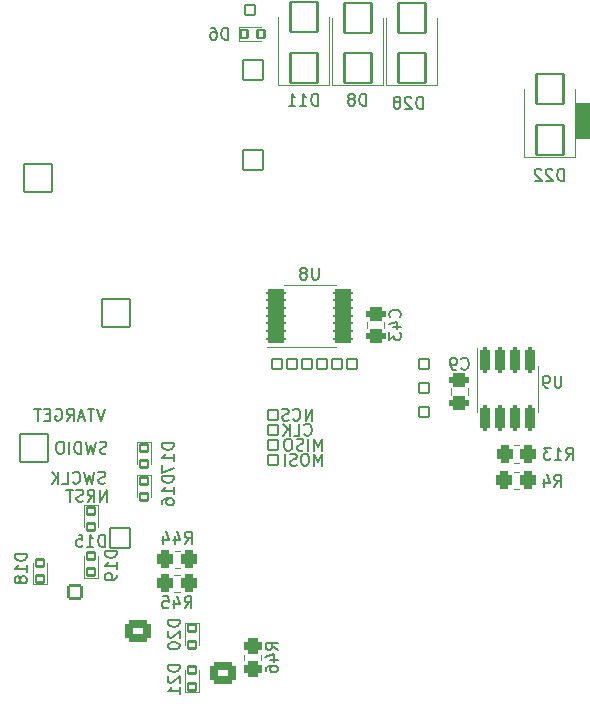
<source format=gbo>
G04 #@! TF.GenerationSoftware,KiCad,Pcbnew,6.0.11+dfsg-1*
G04 #@! TF.CreationDate,2025-03-20T11:06:45-04:00*
G04 #@! TF.ProjectId,foc-board,666f632d-626f-4617-9264-2e6b69636164,rev?*
G04 #@! TF.SameCoordinates,Original*
G04 #@! TF.FileFunction,Legend,Bot*
G04 #@! TF.FilePolarity,Positive*
%FSLAX46Y46*%
G04 Gerber Fmt 4.6, Leading zero omitted, Abs format (unit mm)*
G04 Created by KiCad (PCBNEW 6.0.11+dfsg-1) date 2025-03-20 11:06:45*
%MOMM*%
%LPD*%
G01*
G04 APERTURE LIST*
G04 Aperture macros list*
%AMRoundRect*
0 Rectangle with rounded corners*
0 $1 Rounding radius*
0 $2 $3 $4 $5 $6 $7 $8 $9 X,Y pos of 4 corners*
0 Add a 4 corners polygon primitive as box body*
4,1,4,$2,$3,$4,$5,$6,$7,$8,$9,$2,$3,0*
0 Add four circle primitives for the rounded corners*
1,1,$1+$1,$2,$3*
1,1,$1+$1,$4,$5*
1,1,$1+$1,$6,$7*
1,1,$1+$1,$8,$9*
0 Add four rect primitives between the rounded corners*
20,1,$1+$1,$2,$3,$4,$5,0*
20,1,$1+$1,$4,$5,$6,$7,0*
20,1,$1+$1,$6,$7,$8,$9,0*
20,1,$1+$1,$8,$9,$2,$3,0*%
G04 Aperture macros list end*
%ADD10C,0.150000*%
%ADD11C,0.120000*%
%ADD12RoundRect,0.100000X-0.850000X-0.850000X0.850000X-0.850000X0.850000X0.850000X-0.850000X0.850000X0*%
%ADD13C,3.400000*%
%ADD14RoundRect,0.100000X1.200000X1.200000X-1.200000X1.200000X-1.200000X-1.200000X1.200000X-1.200000X0*%
%ADD15C,2.600000*%
%ADD16RoundRect,0.100000X0.425000X-0.425000X0.425000X0.425000X-0.425000X0.425000X-0.425000X-0.425000X0*%
%ADD17O,1.050000X1.050000*%
%ADD18RoundRect,0.100000X-0.425000X-0.425000X0.425000X-0.425000X0.425000X0.425000X-0.425000X0.425000X0*%
%ADD19RoundRect,0.350000X0.750000X-0.600000X0.750000X0.600000X-0.750000X0.600000X-0.750000X-0.600000X0*%
%ADD20O,2.200000X1.900000*%
%ADD21RoundRect,0.100000X0.550000X-0.550000X0.550000X0.550000X-0.550000X0.550000X-0.550000X-0.550000X0*%
%ADD22C,1.300000*%
%ADD23O,2.600000X1.300000*%
%ADD24RoundRect,1.600000X-1.500000X1.500000X-1.500000X-1.500000X1.500000X-1.500000X1.500000X1.500000X0*%
%ADD25C,6.200000*%
%ADD26RoundRect,0.100000X0.850000X0.850000X-0.850000X0.850000X-0.850000X-0.850000X0.850000X-0.850000X0*%
%ADD27O,1.900000X1.900000*%
%ADD28RoundRect,0.100000X-0.350000X0.300000X-0.350000X-0.300000X0.350000X-0.300000X0.350000X0.300000X0*%
%ADD29RoundRect,0.100000X0.350000X-0.300000X0.350000X0.300000X-0.350000X0.300000X-0.350000X-0.300000X0*%
%ADD30RoundRect,0.250000X-0.150000X0.825000X-0.150000X-0.825000X0.150000X-0.825000X0.150000X0.825000X0*%
%ADD31RoundRect,0.350000X-0.350000X-0.450000X0.350000X-0.450000X0.350000X0.450000X-0.350000X0.450000X0*%
%ADD32RoundRect,0.100000X1.150000X-1.250000X1.150000X1.250000X-1.150000X1.250000X-1.150000X-1.250000X0*%
%ADD33RoundRect,0.100000X0.300000X0.350000X-0.300000X0.350000X-0.300000X-0.350000X0.300000X-0.350000X0*%
%ADD34RoundRect,0.350000X-0.475000X0.250000X-0.475000X-0.250000X0.475000X-0.250000X0.475000X0.250000X0*%
%ADD35RoundRect,0.200000X-0.637500X-0.100000X0.637500X-0.100000X0.637500X0.100000X-0.637500X0.100000X0*%
%ADD36RoundRect,0.350000X0.475000X-0.250000X0.475000X0.250000X-0.475000X0.250000X-0.475000X-0.250000X0*%
%ADD37RoundRect,0.350000X0.450000X-0.350000X0.450000X0.350000X-0.450000X0.350000X-0.450000X-0.350000X0*%
%ADD38RoundRect,0.350000X0.350000X0.450000X-0.350000X0.450000X-0.350000X-0.450000X0.350000X-0.450000X0*%
G04 APERTURE END LIST*
D10*
X90098190Y-103846380D02*
X89764857Y-104846380D01*
X89431523Y-103846380D01*
X89241047Y-103846380D02*
X88669619Y-103846380D01*
X88955333Y-104846380D02*
X88955333Y-103846380D01*
X88383904Y-104560666D02*
X87907714Y-104560666D01*
X88479142Y-104846380D02*
X88145809Y-103846380D01*
X87812476Y-104846380D01*
X86907714Y-104846380D02*
X87241047Y-104370190D01*
X87479142Y-104846380D02*
X87479142Y-103846380D01*
X87098190Y-103846380D01*
X87002952Y-103894000D01*
X86955333Y-103941619D01*
X86907714Y-104036857D01*
X86907714Y-104179714D01*
X86955333Y-104274952D01*
X87002952Y-104322571D01*
X87098190Y-104370190D01*
X87479142Y-104370190D01*
X85955333Y-103894000D02*
X86050571Y-103846380D01*
X86193428Y-103846380D01*
X86336285Y-103894000D01*
X86431523Y-103989238D01*
X86479142Y-104084476D01*
X86526761Y-104274952D01*
X86526761Y-104417809D01*
X86479142Y-104608285D01*
X86431523Y-104703523D01*
X86336285Y-104798761D01*
X86193428Y-104846380D01*
X86098190Y-104846380D01*
X85955333Y-104798761D01*
X85907714Y-104751142D01*
X85907714Y-104417809D01*
X86098190Y-104417809D01*
X85479142Y-104322571D02*
X85145809Y-104322571D01*
X85002952Y-104846380D02*
X85479142Y-104846380D01*
X85479142Y-103846380D01*
X85002952Y-103846380D01*
X84717238Y-103846380D02*
X84145809Y-103846380D01*
X84431523Y-104846380D02*
X84431523Y-103846380D01*
X90145904Y-110132761D02*
X90003047Y-110180380D01*
X89764952Y-110180380D01*
X89669714Y-110132761D01*
X89622095Y-110085142D01*
X89574476Y-109989904D01*
X89574476Y-109894666D01*
X89622095Y-109799428D01*
X89669714Y-109751809D01*
X89764952Y-109704190D01*
X89955428Y-109656571D01*
X90050666Y-109608952D01*
X90098285Y-109561333D01*
X90145904Y-109466095D01*
X90145904Y-109370857D01*
X90098285Y-109275619D01*
X90050666Y-109228000D01*
X89955428Y-109180380D01*
X89717333Y-109180380D01*
X89574476Y-109228000D01*
X89241142Y-109180380D02*
X89003047Y-110180380D01*
X88812571Y-109466095D01*
X88622095Y-110180380D01*
X88384000Y-109180380D01*
X87431619Y-110085142D02*
X87479238Y-110132761D01*
X87622095Y-110180380D01*
X87717333Y-110180380D01*
X87860190Y-110132761D01*
X87955428Y-110037523D01*
X88003047Y-109942285D01*
X88050666Y-109751809D01*
X88050666Y-109608952D01*
X88003047Y-109418476D01*
X87955428Y-109323238D01*
X87860190Y-109228000D01*
X87717333Y-109180380D01*
X87622095Y-109180380D01*
X87479238Y-109228000D01*
X87431619Y-109275619D01*
X86526857Y-110180380D02*
X87003047Y-110180380D01*
X87003047Y-109180380D01*
X86193523Y-110180380D02*
X86193523Y-109180380D01*
X85622095Y-110180380D02*
X86050666Y-109608952D01*
X85622095Y-109180380D02*
X86193523Y-109751809D01*
X107687904Y-104846380D02*
X107687904Y-103846380D01*
X107116476Y-104846380D01*
X107116476Y-103846380D01*
X106068857Y-104751142D02*
X106116476Y-104798761D01*
X106259333Y-104846380D01*
X106354571Y-104846380D01*
X106497428Y-104798761D01*
X106592666Y-104703523D01*
X106640285Y-104608285D01*
X106687904Y-104417809D01*
X106687904Y-104274952D01*
X106640285Y-104084476D01*
X106592666Y-103989238D01*
X106497428Y-103894000D01*
X106354571Y-103846380D01*
X106259333Y-103846380D01*
X106116476Y-103894000D01*
X106068857Y-103941619D01*
X105687904Y-104798761D02*
X105545047Y-104846380D01*
X105306952Y-104846380D01*
X105211714Y-104798761D01*
X105164095Y-104751142D01*
X105116476Y-104655904D01*
X105116476Y-104560666D01*
X105164095Y-104465428D01*
X105211714Y-104417809D01*
X105306952Y-104370190D01*
X105497428Y-104322571D01*
X105592666Y-104274952D01*
X105640285Y-104227333D01*
X105687904Y-104132095D01*
X105687904Y-104036857D01*
X105640285Y-103941619D01*
X105592666Y-103894000D01*
X105497428Y-103846380D01*
X105259333Y-103846380D01*
X105116476Y-103894000D01*
X90257047Y-107592761D02*
X90114190Y-107640380D01*
X89876095Y-107640380D01*
X89780857Y-107592761D01*
X89733238Y-107545142D01*
X89685619Y-107449904D01*
X89685619Y-107354666D01*
X89733238Y-107259428D01*
X89780857Y-107211809D01*
X89876095Y-107164190D01*
X90066571Y-107116571D01*
X90161809Y-107068952D01*
X90209428Y-107021333D01*
X90257047Y-106926095D01*
X90257047Y-106830857D01*
X90209428Y-106735619D01*
X90161809Y-106688000D01*
X90066571Y-106640380D01*
X89828476Y-106640380D01*
X89685619Y-106688000D01*
X89352285Y-106640380D02*
X89114190Y-107640380D01*
X88923714Y-106926095D01*
X88733238Y-107640380D01*
X88495142Y-106640380D01*
X88114190Y-107640380D02*
X88114190Y-106640380D01*
X87876095Y-106640380D01*
X87733238Y-106688000D01*
X87638000Y-106783238D01*
X87590380Y-106878476D01*
X87542761Y-107068952D01*
X87542761Y-107211809D01*
X87590380Y-107402285D01*
X87638000Y-107497523D01*
X87733238Y-107592761D01*
X87876095Y-107640380D01*
X88114190Y-107640380D01*
X87114190Y-107640380D02*
X87114190Y-106640380D01*
X86447523Y-106640380D02*
X86257047Y-106640380D01*
X86161809Y-106688000D01*
X86066571Y-106783238D01*
X86018952Y-106973714D01*
X86018952Y-107307047D01*
X86066571Y-107497523D01*
X86161809Y-107592761D01*
X86257047Y-107640380D01*
X86447523Y-107640380D01*
X86542761Y-107592761D01*
X86638000Y-107497523D01*
X86685619Y-107307047D01*
X86685619Y-106973714D01*
X86638000Y-106783238D01*
X86542761Y-106688000D01*
X86447523Y-106640380D01*
X108505428Y-108656380D02*
X108505428Y-107656380D01*
X108172095Y-108370666D01*
X107838761Y-107656380D01*
X107838761Y-108656380D01*
X107172095Y-107656380D02*
X106981619Y-107656380D01*
X106886380Y-107704000D01*
X106791142Y-107799238D01*
X106743523Y-107989714D01*
X106743523Y-108323047D01*
X106791142Y-108513523D01*
X106886380Y-108608761D01*
X106981619Y-108656380D01*
X107172095Y-108656380D01*
X107267333Y-108608761D01*
X107362571Y-108513523D01*
X107410190Y-108323047D01*
X107410190Y-107989714D01*
X107362571Y-107799238D01*
X107267333Y-107704000D01*
X107172095Y-107656380D01*
X106362571Y-108608761D02*
X106219714Y-108656380D01*
X105981619Y-108656380D01*
X105886380Y-108608761D01*
X105838761Y-108561142D01*
X105791142Y-108465904D01*
X105791142Y-108370666D01*
X105838761Y-108275428D01*
X105886380Y-108227809D01*
X105981619Y-108180190D01*
X106172095Y-108132571D01*
X106267333Y-108084952D01*
X106314952Y-108037333D01*
X106362571Y-107942095D01*
X106362571Y-107846857D01*
X106314952Y-107751619D01*
X106267333Y-107704000D01*
X106172095Y-107656380D01*
X105934000Y-107656380D01*
X105791142Y-107704000D01*
X105362571Y-108656380D02*
X105362571Y-107656380D01*
X107021238Y-106021142D02*
X107068857Y-106068761D01*
X107211714Y-106116380D01*
X107306952Y-106116380D01*
X107449809Y-106068761D01*
X107545047Y-105973523D01*
X107592666Y-105878285D01*
X107640285Y-105687809D01*
X107640285Y-105544952D01*
X107592666Y-105354476D01*
X107545047Y-105259238D01*
X107449809Y-105164000D01*
X107306952Y-105116380D01*
X107211714Y-105116380D01*
X107068857Y-105164000D01*
X107021238Y-105211619D01*
X106116476Y-106116380D02*
X106592666Y-106116380D01*
X106592666Y-105116380D01*
X105783142Y-106116380D02*
X105783142Y-105116380D01*
X105211714Y-106116380D02*
X105640285Y-105544952D01*
X105211714Y-105116380D02*
X105783142Y-105687809D01*
X108505428Y-107386380D02*
X108505428Y-106386380D01*
X108172095Y-107100666D01*
X107838761Y-106386380D01*
X107838761Y-107386380D01*
X107362571Y-107386380D02*
X107362571Y-106386380D01*
X106934000Y-107338761D02*
X106791142Y-107386380D01*
X106553047Y-107386380D01*
X106457809Y-107338761D01*
X106410190Y-107291142D01*
X106362571Y-107195904D01*
X106362571Y-107100666D01*
X106410190Y-107005428D01*
X106457809Y-106957809D01*
X106553047Y-106910190D01*
X106743523Y-106862571D01*
X106838761Y-106814952D01*
X106886380Y-106767333D01*
X106934000Y-106672095D01*
X106934000Y-106576857D01*
X106886380Y-106481619D01*
X106838761Y-106434000D01*
X106743523Y-106386380D01*
X106505428Y-106386380D01*
X106362571Y-106434000D01*
X105743523Y-106386380D02*
X105553047Y-106386380D01*
X105457809Y-106434000D01*
X105362571Y-106529238D01*
X105314952Y-106719714D01*
X105314952Y-107053047D01*
X105362571Y-107243523D01*
X105457809Y-107338761D01*
X105553047Y-107386380D01*
X105743523Y-107386380D01*
X105838761Y-107338761D01*
X105934000Y-107243523D01*
X105981619Y-107053047D01*
X105981619Y-106719714D01*
X105934000Y-106529238D01*
X105838761Y-106434000D01*
X105743523Y-106386380D01*
X90288857Y-111704380D02*
X90288857Y-110704380D01*
X89717428Y-111704380D01*
X89717428Y-110704380D01*
X88669809Y-111704380D02*
X89003142Y-111228190D01*
X89241238Y-111704380D02*
X89241238Y-110704380D01*
X88860285Y-110704380D01*
X88765047Y-110752000D01*
X88717428Y-110799619D01*
X88669809Y-110894857D01*
X88669809Y-111037714D01*
X88717428Y-111132952D01*
X88765047Y-111180571D01*
X88860285Y-111228190D01*
X89241238Y-111228190D01*
X88288857Y-111656761D02*
X88146000Y-111704380D01*
X87907904Y-111704380D01*
X87812666Y-111656761D01*
X87765047Y-111609142D01*
X87717428Y-111513904D01*
X87717428Y-111418666D01*
X87765047Y-111323428D01*
X87812666Y-111275809D01*
X87907904Y-111228190D01*
X88098380Y-111180571D01*
X88193619Y-111132952D01*
X88241238Y-111085333D01*
X88288857Y-110990095D01*
X88288857Y-110894857D01*
X88241238Y-110799619D01*
X88193619Y-110752000D01*
X88098380Y-110704380D01*
X87860285Y-110704380D01*
X87717428Y-110752000D01*
X87431714Y-110704380D02*
X86860285Y-110704380D01*
X87146000Y-111704380D02*
X87146000Y-110704380D01*
X96464380Y-125531714D02*
X95464380Y-125531714D01*
X95464380Y-125769809D01*
X95512000Y-125912666D01*
X95607238Y-126007904D01*
X95702476Y-126055523D01*
X95892952Y-126103142D01*
X96035809Y-126103142D01*
X96226285Y-126055523D01*
X96321523Y-126007904D01*
X96416761Y-125912666D01*
X96464380Y-125769809D01*
X96464380Y-125531714D01*
X95559619Y-126484095D02*
X95512000Y-126531714D01*
X95464380Y-126626952D01*
X95464380Y-126865047D01*
X95512000Y-126960285D01*
X95559619Y-127007904D01*
X95654857Y-127055523D01*
X95750095Y-127055523D01*
X95892952Y-127007904D01*
X96464380Y-126436476D01*
X96464380Y-127055523D01*
X96464380Y-128007904D02*
X96464380Y-127436476D01*
X96464380Y-127722190D02*
X95464380Y-127722190D01*
X95607238Y-127626952D01*
X95702476Y-127531714D01*
X95750095Y-127436476D01*
X96464380Y-121721714D02*
X95464380Y-121721714D01*
X95464380Y-121959809D01*
X95512000Y-122102666D01*
X95607238Y-122197904D01*
X95702476Y-122245523D01*
X95892952Y-122293142D01*
X96035809Y-122293142D01*
X96226285Y-122245523D01*
X96321523Y-122197904D01*
X96416761Y-122102666D01*
X96464380Y-121959809D01*
X96464380Y-121721714D01*
X95559619Y-122674095D02*
X95512000Y-122721714D01*
X95464380Y-122816952D01*
X95464380Y-123055047D01*
X95512000Y-123150285D01*
X95559619Y-123197904D01*
X95654857Y-123245523D01*
X95750095Y-123245523D01*
X95892952Y-123197904D01*
X96464380Y-122626476D01*
X96464380Y-123245523D01*
X95464380Y-123864571D02*
X95464380Y-123959809D01*
X95512000Y-124055047D01*
X95559619Y-124102666D01*
X95654857Y-124150285D01*
X95845333Y-124197904D01*
X96083428Y-124197904D01*
X96273904Y-124150285D01*
X96369142Y-124102666D01*
X96416761Y-124055047D01*
X96464380Y-123959809D01*
X96464380Y-123864571D01*
X96416761Y-123769333D01*
X96369142Y-123721714D01*
X96273904Y-123674095D01*
X96083428Y-123626476D01*
X95845333Y-123626476D01*
X95654857Y-123674095D01*
X95559619Y-123721714D01*
X95512000Y-123769333D01*
X95464380Y-123864571D01*
X128777904Y-101052380D02*
X128777904Y-101861904D01*
X128730285Y-101957142D01*
X128682666Y-102004761D01*
X128587428Y-102052380D01*
X128396952Y-102052380D01*
X128301714Y-102004761D01*
X128254095Y-101957142D01*
X128206476Y-101861904D01*
X128206476Y-101052380D01*
X127682666Y-102052380D02*
X127492190Y-102052380D01*
X127396952Y-102004761D01*
X127349333Y-101957142D01*
X127254095Y-101814285D01*
X127206476Y-101623809D01*
X127206476Y-101242857D01*
X127254095Y-101147619D01*
X127301714Y-101100000D01*
X127396952Y-101052380D01*
X127587428Y-101052380D01*
X127682666Y-101100000D01*
X127730285Y-101147619D01*
X127777904Y-101242857D01*
X127777904Y-101480952D01*
X127730285Y-101576190D01*
X127682666Y-101623809D01*
X127587428Y-101671428D01*
X127396952Y-101671428D01*
X127301714Y-101623809D01*
X127254095Y-101576190D01*
X127206476Y-101480952D01*
X90114285Y-115514380D02*
X90114285Y-114514380D01*
X89876190Y-114514380D01*
X89733333Y-114562000D01*
X89638095Y-114657238D01*
X89590476Y-114752476D01*
X89542857Y-114942952D01*
X89542857Y-115085809D01*
X89590476Y-115276285D01*
X89638095Y-115371523D01*
X89733333Y-115466761D01*
X89876190Y-115514380D01*
X90114285Y-115514380D01*
X88590476Y-115514380D02*
X89161904Y-115514380D01*
X88876190Y-115514380D02*
X88876190Y-114514380D01*
X88971428Y-114657238D01*
X89066666Y-114752476D01*
X89161904Y-114800095D01*
X87685714Y-114514380D02*
X88161904Y-114514380D01*
X88209523Y-114990571D01*
X88161904Y-114942952D01*
X88066666Y-114895333D01*
X87828571Y-114895333D01*
X87733333Y-114942952D01*
X87685714Y-114990571D01*
X87638095Y-115085809D01*
X87638095Y-115323904D01*
X87685714Y-115419142D01*
X87733333Y-115466761D01*
X87828571Y-115514380D01*
X88066666Y-115514380D01*
X88161904Y-115466761D01*
X88209523Y-115419142D01*
X96876857Y-120720380D02*
X97210190Y-120244190D01*
X97448285Y-120720380D02*
X97448285Y-119720380D01*
X97067333Y-119720380D01*
X96972095Y-119768000D01*
X96924476Y-119815619D01*
X96876857Y-119910857D01*
X96876857Y-120053714D01*
X96924476Y-120148952D01*
X96972095Y-120196571D01*
X97067333Y-120244190D01*
X97448285Y-120244190D01*
X96019714Y-120053714D02*
X96019714Y-120720380D01*
X96257809Y-119672761D02*
X96495904Y-120387047D01*
X95876857Y-120387047D01*
X95019714Y-119720380D02*
X95495904Y-119720380D01*
X95543523Y-120196571D01*
X95495904Y-120148952D01*
X95400666Y-120101333D01*
X95162571Y-120101333D01*
X95067333Y-120148952D01*
X95019714Y-120196571D01*
X94972095Y-120291809D01*
X94972095Y-120529904D01*
X95019714Y-120625142D01*
X95067333Y-120672761D01*
X95162571Y-120720380D01*
X95400666Y-120720380D01*
X95495904Y-120672761D01*
X95543523Y-120625142D01*
X108148285Y-78176380D02*
X108148285Y-77176380D01*
X107910190Y-77176380D01*
X107767333Y-77224000D01*
X107672095Y-77319238D01*
X107624476Y-77414476D01*
X107576857Y-77604952D01*
X107576857Y-77747809D01*
X107624476Y-77938285D01*
X107672095Y-78033523D01*
X107767333Y-78128761D01*
X107910190Y-78176380D01*
X108148285Y-78176380D01*
X106624476Y-78176380D02*
X107195904Y-78176380D01*
X106910190Y-78176380D02*
X106910190Y-77176380D01*
X107005428Y-77319238D01*
X107100666Y-77414476D01*
X107195904Y-77462095D01*
X105672095Y-78176380D02*
X106243523Y-78176380D01*
X105957809Y-78176380D02*
X105957809Y-77176380D01*
X106053047Y-77319238D01*
X106148285Y-77414476D01*
X106243523Y-77462095D01*
X100560095Y-72588380D02*
X100560095Y-71588380D01*
X100322000Y-71588380D01*
X100179142Y-71636000D01*
X100083904Y-71731238D01*
X100036285Y-71826476D01*
X99988666Y-72016952D01*
X99988666Y-72159809D01*
X100036285Y-72350285D01*
X100083904Y-72445523D01*
X100179142Y-72540761D01*
X100322000Y-72588380D01*
X100560095Y-72588380D01*
X99131523Y-71588380D02*
X99322000Y-71588380D01*
X99417238Y-71636000D01*
X99464857Y-71683619D01*
X99560095Y-71826476D01*
X99607714Y-72016952D01*
X99607714Y-72397904D01*
X99560095Y-72493142D01*
X99512476Y-72540761D01*
X99417238Y-72588380D01*
X99226761Y-72588380D01*
X99131523Y-72540761D01*
X99083904Y-72493142D01*
X99036285Y-72397904D01*
X99036285Y-72159809D01*
X99083904Y-72064571D01*
X99131523Y-72016952D01*
X99226761Y-71969333D01*
X99417238Y-71969333D01*
X99512476Y-72016952D01*
X99560095Y-72064571D01*
X99607714Y-72159809D01*
X120308666Y-100433142D02*
X120356285Y-100480761D01*
X120499142Y-100528380D01*
X120594380Y-100528380D01*
X120737238Y-100480761D01*
X120832476Y-100385523D01*
X120880095Y-100290285D01*
X120927714Y-100099809D01*
X120927714Y-99956952D01*
X120880095Y-99766476D01*
X120832476Y-99671238D01*
X120737238Y-99576000D01*
X120594380Y-99528380D01*
X120499142Y-99528380D01*
X120356285Y-99576000D01*
X120308666Y-99623619D01*
X119832476Y-100528380D02*
X119642000Y-100528380D01*
X119546761Y-100480761D01*
X119499142Y-100433142D01*
X119403904Y-100290285D01*
X119356285Y-100099809D01*
X119356285Y-99718857D01*
X119403904Y-99623619D01*
X119451523Y-99576000D01*
X119546761Y-99528380D01*
X119737238Y-99528380D01*
X119832476Y-99576000D01*
X119880095Y-99623619D01*
X119927714Y-99718857D01*
X119927714Y-99956952D01*
X119880095Y-100052190D01*
X119832476Y-100099809D01*
X119737238Y-100147428D01*
X119546761Y-100147428D01*
X119451523Y-100099809D01*
X119403904Y-100052190D01*
X119356285Y-99956952D01*
X83510380Y-116133714D02*
X82510380Y-116133714D01*
X82510380Y-116371809D01*
X82558000Y-116514666D01*
X82653238Y-116609904D01*
X82748476Y-116657523D01*
X82938952Y-116705142D01*
X83081809Y-116705142D01*
X83272285Y-116657523D01*
X83367523Y-116609904D01*
X83462761Y-116514666D01*
X83510380Y-116371809D01*
X83510380Y-116133714D01*
X83510380Y-117657523D02*
X83510380Y-117086095D01*
X83510380Y-117371809D02*
X82510380Y-117371809D01*
X82653238Y-117276571D01*
X82748476Y-117181333D01*
X82796095Y-117086095D01*
X82938952Y-118228952D02*
X82891333Y-118133714D01*
X82843714Y-118086095D01*
X82748476Y-118038476D01*
X82700857Y-118038476D01*
X82605619Y-118086095D01*
X82558000Y-118133714D01*
X82510380Y-118228952D01*
X82510380Y-118419428D01*
X82558000Y-118514666D01*
X82605619Y-118562285D01*
X82700857Y-118609904D01*
X82748476Y-118609904D01*
X82843714Y-118562285D01*
X82891333Y-118514666D01*
X82938952Y-118419428D01*
X82938952Y-118228952D01*
X82986571Y-118133714D01*
X83034190Y-118086095D01*
X83129428Y-118038476D01*
X83319904Y-118038476D01*
X83415142Y-118086095D01*
X83462761Y-118133714D01*
X83510380Y-118228952D01*
X83510380Y-118419428D01*
X83462761Y-118514666D01*
X83415142Y-118562285D01*
X83319904Y-118609904D01*
X83129428Y-118609904D01*
X83034190Y-118562285D01*
X82986571Y-118514666D01*
X82938952Y-118419428D01*
X108227904Y-91908380D02*
X108227904Y-92717904D01*
X108180285Y-92813142D01*
X108132666Y-92860761D01*
X108037428Y-92908380D01*
X107846952Y-92908380D01*
X107751714Y-92860761D01*
X107704095Y-92813142D01*
X107656476Y-92717904D01*
X107656476Y-91908380D01*
X107037428Y-92336952D02*
X107132666Y-92289333D01*
X107180285Y-92241714D01*
X107227904Y-92146476D01*
X107227904Y-92098857D01*
X107180285Y-92003619D01*
X107132666Y-91956000D01*
X107037428Y-91908380D01*
X106846952Y-91908380D01*
X106751714Y-91956000D01*
X106704095Y-92003619D01*
X106656476Y-92098857D01*
X106656476Y-92146476D01*
X106704095Y-92241714D01*
X106751714Y-92289333D01*
X106846952Y-92336952D01*
X107037428Y-92336952D01*
X107132666Y-92384571D01*
X107180285Y-92432190D01*
X107227904Y-92527428D01*
X107227904Y-92717904D01*
X107180285Y-92813142D01*
X107132666Y-92860761D01*
X107037428Y-92908380D01*
X106846952Y-92908380D01*
X106751714Y-92860761D01*
X106704095Y-92813142D01*
X106656476Y-92717904D01*
X106656476Y-92527428D01*
X106704095Y-92432190D01*
X106751714Y-92384571D01*
X106846952Y-92336952D01*
X91130380Y-115879714D02*
X90130380Y-115879714D01*
X90130380Y-116117809D01*
X90178000Y-116260666D01*
X90273238Y-116355904D01*
X90368476Y-116403523D01*
X90558952Y-116451142D01*
X90701809Y-116451142D01*
X90892285Y-116403523D01*
X90987523Y-116355904D01*
X91082761Y-116260666D01*
X91130380Y-116117809D01*
X91130380Y-115879714D01*
X91130380Y-117403523D02*
X91130380Y-116832095D01*
X91130380Y-117117809D02*
X90130380Y-117117809D01*
X90273238Y-117022571D01*
X90368476Y-116927333D01*
X90416095Y-116832095D01*
X91130380Y-117879714D02*
X91130380Y-118070190D01*
X91082761Y-118165428D01*
X91035142Y-118213047D01*
X90892285Y-118308285D01*
X90701809Y-118355904D01*
X90320857Y-118355904D01*
X90225619Y-118308285D01*
X90178000Y-118260666D01*
X90130380Y-118165428D01*
X90130380Y-117974952D01*
X90178000Y-117879714D01*
X90225619Y-117832095D01*
X90320857Y-117784476D01*
X90558952Y-117784476D01*
X90654190Y-117832095D01*
X90701809Y-117879714D01*
X90749428Y-117974952D01*
X90749428Y-118165428D01*
X90701809Y-118260666D01*
X90654190Y-118308285D01*
X90558952Y-118355904D01*
X95956380Y-106735714D02*
X94956380Y-106735714D01*
X94956380Y-106973809D01*
X95004000Y-107116666D01*
X95099238Y-107211904D01*
X95194476Y-107259523D01*
X95384952Y-107307142D01*
X95527809Y-107307142D01*
X95718285Y-107259523D01*
X95813523Y-107211904D01*
X95908761Y-107116666D01*
X95956380Y-106973809D01*
X95956380Y-106735714D01*
X95956380Y-108259523D02*
X95956380Y-107688095D01*
X95956380Y-107973809D02*
X94956380Y-107973809D01*
X95099238Y-107878571D01*
X95194476Y-107783333D01*
X95242095Y-107688095D01*
X94956380Y-108592857D02*
X94956380Y-109259523D01*
X95956380Y-108830952D01*
X115091142Y-96091142D02*
X115138761Y-96043523D01*
X115186380Y-95900666D01*
X115186380Y-95805428D01*
X115138761Y-95662571D01*
X115043523Y-95567333D01*
X114948285Y-95519714D01*
X114757809Y-95472095D01*
X114614952Y-95472095D01*
X114424476Y-95519714D01*
X114329238Y-95567333D01*
X114234000Y-95662571D01*
X114186380Y-95805428D01*
X114186380Y-95900666D01*
X114234000Y-96043523D01*
X114281619Y-96091142D01*
X114519714Y-96948285D02*
X115186380Y-96948285D01*
X114138761Y-96710190D02*
X114853047Y-96472095D01*
X114853047Y-97091142D01*
X114186380Y-97376857D02*
X114186380Y-97995904D01*
X114567333Y-97662571D01*
X114567333Y-97805428D01*
X114614952Y-97900666D01*
X114662571Y-97948285D01*
X114757809Y-97995904D01*
X114995904Y-97995904D01*
X115091142Y-97948285D01*
X115138761Y-97900666D01*
X115186380Y-97805428D01*
X115186380Y-97519714D01*
X115138761Y-97424476D01*
X115091142Y-97376857D01*
X96892857Y-115260380D02*
X97226190Y-114784190D01*
X97464285Y-115260380D02*
X97464285Y-114260380D01*
X97083333Y-114260380D01*
X96988095Y-114308000D01*
X96940476Y-114355619D01*
X96892857Y-114450857D01*
X96892857Y-114593714D01*
X96940476Y-114688952D01*
X96988095Y-114736571D01*
X97083333Y-114784190D01*
X97464285Y-114784190D01*
X96035714Y-114593714D02*
X96035714Y-115260380D01*
X96273809Y-114212761D02*
X96511904Y-114927047D01*
X95892857Y-114927047D01*
X95083333Y-114593714D02*
X95083333Y-115260380D01*
X95321428Y-114212761D02*
X95559523Y-114927047D01*
X94940476Y-114927047D01*
X112244095Y-78176380D02*
X112244095Y-77176380D01*
X112006000Y-77176380D01*
X111863142Y-77224000D01*
X111767904Y-77319238D01*
X111720285Y-77414476D01*
X111672666Y-77604952D01*
X111672666Y-77747809D01*
X111720285Y-77938285D01*
X111767904Y-78033523D01*
X111863142Y-78128761D01*
X112006000Y-78176380D01*
X112244095Y-78176380D01*
X111101238Y-77604952D02*
X111196476Y-77557333D01*
X111244095Y-77509714D01*
X111291714Y-77414476D01*
X111291714Y-77366857D01*
X111244095Y-77271619D01*
X111196476Y-77224000D01*
X111101238Y-77176380D01*
X110910761Y-77176380D01*
X110815523Y-77224000D01*
X110767904Y-77271619D01*
X110720285Y-77366857D01*
X110720285Y-77414476D01*
X110767904Y-77509714D01*
X110815523Y-77557333D01*
X110910761Y-77604952D01*
X111101238Y-77604952D01*
X111196476Y-77652571D01*
X111244095Y-77700190D01*
X111291714Y-77795428D01*
X111291714Y-77985904D01*
X111244095Y-78081142D01*
X111196476Y-78128761D01*
X111101238Y-78176380D01*
X110910761Y-78176380D01*
X110815523Y-78128761D01*
X110767904Y-78081142D01*
X110720285Y-77985904D01*
X110720285Y-77795428D01*
X110767904Y-77700190D01*
X110815523Y-77652571D01*
X110910761Y-77604952D01*
X128976285Y-84526380D02*
X128976285Y-83526380D01*
X128738190Y-83526380D01*
X128595333Y-83574000D01*
X128500095Y-83669238D01*
X128452476Y-83764476D01*
X128404857Y-83954952D01*
X128404857Y-84097809D01*
X128452476Y-84288285D01*
X128500095Y-84383523D01*
X128595333Y-84478761D01*
X128738190Y-84526380D01*
X128976285Y-84526380D01*
X128023904Y-83621619D02*
X127976285Y-83574000D01*
X127881047Y-83526380D01*
X127642952Y-83526380D01*
X127547714Y-83574000D01*
X127500095Y-83621619D01*
X127452476Y-83716857D01*
X127452476Y-83812095D01*
X127500095Y-83954952D01*
X128071523Y-84526380D01*
X127452476Y-84526380D01*
X127071523Y-83621619D02*
X127023904Y-83574000D01*
X126928666Y-83526380D01*
X126690571Y-83526380D01*
X126595333Y-83574000D01*
X126547714Y-83621619D01*
X126500095Y-83716857D01*
X126500095Y-83812095D01*
X126547714Y-83954952D01*
X127119142Y-84526380D01*
X126500095Y-84526380D01*
X95956380Y-109529714D02*
X94956380Y-109529714D01*
X94956380Y-109767809D01*
X95004000Y-109910666D01*
X95099238Y-110005904D01*
X95194476Y-110053523D01*
X95384952Y-110101142D01*
X95527809Y-110101142D01*
X95718285Y-110053523D01*
X95813523Y-110005904D01*
X95908761Y-109910666D01*
X95956380Y-109767809D01*
X95956380Y-109529714D01*
X95956380Y-111053523D02*
X95956380Y-110482095D01*
X95956380Y-110767809D02*
X94956380Y-110767809D01*
X95099238Y-110672571D01*
X95194476Y-110577333D01*
X95242095Y-110482095D01*
X94956380Y-111910666D02*
X94956380Y-111720190D01*
X95004000Y-111624952D01*
X95051619Y-111577333D01*
X95194476Y-111482095D01*
X95384952Y-111434476D01*
X95765904Y-111434476D01*
X95861142Y-111482095D01*
X95908761Y-111529714D01*
X95956380Y-111624952D01*
X95956380Y-111815428D01*
X95908761Y-111910666D01*
X95861142Y-111958285D01*
X95765904Y-112005904D01*
X95527809Y-112005904D01*
X95432571Y-111958285D01*
X95384952Y-111910666D01*
X95337333Y-111815428D01*
X95337333Y-111624952D01*
X95384952Y-111529714D01*
X95432571Y-111482095D01*
X95527809Y-111434476D01*
X104742380Y-124269142D02*
X104266190Y-123935809D01*
X104742380Y-123697714D02*
X103742380Y-123697714D01*
X103742380Y-124078666D01*
X103790000Y-124173904D01*
X103837619Y-124221523D01*
X103932857Y-124269142D01*
X104075714Y-124269142D01*
X104170952Y-124221523D01*
X104218571Y-124173904D01*
X104266190Y-124078666D01*
X104266190Y-123697714D01*
X104075714Y-125126285D02*
X104742380Y-125126285D01*
X103694761Y-124888190D02*
X104409047Y-124650095D01*
X104409047Y-125269142D01*
X103742380Y-126078666D02*
X103742380Y-125888190D01*
X103790000Y-125792952D01*
X103837619Y-125745333D01*
X103980476Y-125650095D01*
X104170952Y-125602476D01*
X104551904Y-125602476D01*
X104647142Y-125650095D01*
X104694761Y-125697714D01*
X104742380Y-125792952D01*
X104742380Y-125983428D01*
X104694761Y-126078666D01*
X104647142Y-126126285D01*
X104551904Y-126173904D01*
X104313809Y-126173904D01*
X104218571Y-126126285D01*
X104170952Y-126078666D01*
X104123333Y-125983428D01*
X104123333Y-125792952D01*
X104170952Y-125697714D01*
X104218571Y-125650095D01*
X104313809Y-125602476D01*
X117038285Y-78430380D02*
X117038285Y-77430380D01*
X116800190Y-77430380D01*
X116657333Y-77478000D01*
X116562095Y-77573238D01*
X116514476Y-77668476D01*
X116466857Y-77858952D01*
X116466857Y-78001809D01*
X116514476Y-78192285D01*
X116562095Y-78287523D01*
X116657333Y-78382761D01*
X116800190Y-78430380D01*
X117038285Y-78430380D01*
X116085904Y-77525619D02*
X116038285Y-77478000D01*
X115943047Y-77430380D01*
X115704952Y-77430380D01*
X115609714Y-77478000D01*
X115562095Y-77525619D01*
X115514476Y-77620857D01*
X115514476Y-77716095D01*
X115562095Y-77858952D01*
X116133523Y-78430380D01*
X115514476Y-78430380D01*
X114943047Y-77858952D02*
X115038285Y-77811333D01*
X115085904Y-77763714D01*
X115133523Y-77668476D01*
X115133523Y-77620857D01*
X115085904Y-77525619D01*
X115038285Y-77478000D01*
X114943047Y-77430380D01*
X114752571Y-77430380D01*
X114657333Y-77478000D01*
X114609714Y-77525619D01*
X114562095Y-77620857D01*
X114562095Y-77668476D01*
X114609714Y-77763714D01*
X114657333Y-77811333D01*
X114752571Y-77858952D01*
X114943047Y-77858952D01*
X115038285Y-77906571D01*
X115085904Y-77954190D01*
X115133523Y-78049428D01*
X115133523Y-78239904D01*
X115085904Y-78335142D01*
X115038285Y-78382761D01*
X114943047Y-78430380D01*
X114752571Y-78430380D01*
X114657333Y-78382761D01*
X114609714Y-78335142D01*
X114562095Y-78239904D01*
X114562095Y-78049428D01*
X114609714Y-77954190D01*
X114657333Y-77906571D01*
X114752571Y-77858952D01*
X128182666Y-110434380D02*
X128516000Y-109958190D01*
X128754095Y-110434380D02*
X128754095Y-109434380D01*
X128373142Y-109434380D01*
X128277904Y-109482000D01*
X128230285Y-109529619D01*
X128182666Y-109624857D01*
X128182666Y-109767714D01*
X128230285Y-109862952D01*
X128277904Y-109910571D01*
X128373142Y-109958190D01*
X128754095Y-109958190D01*
X127325523Y-109767714D02*
X127325523Y-110434380D01*
X127563619Y-109386761D02*
X127801714Y-110101047D01*
X127182666Y-110101047D01*
X129166857Y-108148380D02*
X129500190Y-107672190D01*
X129738285Y-108148380D02*
X129738285Y-107148380D01*
X129357333Y-107148380D01*
X129262095Y-107196000D01*
X129214476Y-107243619D01*
X129166857Y-107338857D01*
X129166857Y-107481714D01*
X129214476Y-107576952D01*
X129262095Y-107624571D01*
X129357333Y-107672190D01*
X129738285Y-107672190D01*
X128214476Y-108148380D02*
X128785904Y-108148380D01*
X128500190Y-108148380D02*
X128500190Y-107148380D01*
X128595428Y-107291238D01*
X128690666Y-107386476D01*
X128785904Y-107434095D01*
X127881142Y-107148380D02*
X127262095Y-107148380D01*
X127595428Y-107529333D01*
X127452571Y-107529333D01*
X127357333Y-107576952D01*
X127309714Y-107624571D01*
X127262095Y-107719809D01*
X127262095Y-107957904D01*
X127309714Y-108053142D01*
X127357333Y-108100761D01*
X127452571Y-108148380D01*
X127738285Y-108148380D01*
X127833523Y-108100761D01*
X127881142Y-108053142D01*
D11*
X98136000Y-127834000D02*
X96936000Y-127834000D01*
X96936000Y-125984000D02*
X96936000Y-127834000D01*
X98136000Y-125984000D02*
X98136000Y-127834000D01*
X96936000Y-121978000D02*
X98136000Y-121978000D01*
X98136000Y-123828000D02*
X98136000Y-121978000D01*
X96936000Y-123828000D02*
X96936000Y-121978000D01*
X126766000Y-102173000D02*
X126766000Y-104123000D01*
X121646000Y-102173000D02*
X121646000Y-98723000D01*
X126766000Y-102173000D02*
X126766000Y-100223000D01*
X121646000Y-102173000D02*
X121646000Y-104123000D01*
X89524000Y-113882000D02*
X89524000Y-112032000D01*
X88324000Y-113882000D02*
X88324000Y-112032000D01*
X88324000Y-112032000D02*
X89524000Y-112032000D01*
X96006936Y-119353000D02*
X96461064Y-119353000D01*
X96006936Y-117883000D02*
X96461064Y-117883000D01*
X104808000Y-76408000D02*
X104808000Y-70708000D01*
X109108000Y-76408000D02*
X109108000Y-70708000D01*
X109108000Y-76408000D02*
X104808000Y-76408000D01*
X103340000Y-72696000D02*
X101490000Y-72696000D01*
X103340000Y-71496000D02*
X101490000Y-71496000D01*
X101490000Y-72696000D02*
X101490000Y-71496000D01*
X119407000Y-102125748D02*
X119407000Y-102648252D01*
X120877000Y-102125748D02*
X120877000Y-102648252D01*
X85206000Y-118712000D02*
X84006000Y-118712000D01*
X84006000Y-116862000D02*
X84006000Y-118712000D01*
X85206000Y-116862000D02*
X85206000Y-118712000D01*
X107466000Y-98582000D02*
X103866000Y-98582000D01*
X107466000Y-98582000D02*
X109666000Y-98582000D01*
X107466000Y-93362000D02*
X105266000Y-93362000D01*
X107466000Y-93362000D02*
X109666000Y-93362000D01*
X88324000Y-116292000D02*
X88324000Y-118142000D01*
X89524000Y-116292000D02*
X89524000Y-118142000D01*
X89524000Y-118142000D02*
X88324000Y-118142000D01*
X94072000Y-108548000D02*
X94072000Y-106698000D01*
X92872000Y-108548000D02*
X92872000Y-106698000D01*
X92872000Y-106698000D02*
X94072000Y-106698000D01*
X112319000Y-96995252D02*
X112319000Y-96472748D01*
X113789000Y-96995252D02*
X113789000Y-96472748D01*
X96022936Y-115851000D02*
X96477064Y-115851000D01*
X96022936Y-117321000D02*
X96477064Y-117321000D01*
X113680000Y-76426000D02*
X113680000Y-70726000D01*
X109380000Y-76426000D02*
X109380000Y-70726000D01*
X113680000Y-76426000D02*
X109380000Y-76426000D01*
X125636000Y-82504000D02*
X125636000Y-76804000D01*
X129936000Y-82504000D02*
X125636000Y-82504000D01*
X129936000Y-82504000D02*
X129936000Y-76804000D01*
X92872000Y-111342000D02*
X92872000Y-109492000D01*
X94072000Y-111342000D02*
X94072000Y-109492000D01*
X92872000Y-109492000D02*
X94072000Y-109492000D01*
X103375000Y-125139064D02*
X103375000Y-124684936D01*
X101905000Y-125139064D02*
X101905000Y-124684936D01*
X118252000Y-76426000D02*
X118252000Y-70726000D01*
X113952000Y-76426000D02*
X113952000Y-70726000D01*
X118252000Y-76426000D02*
X113952000Y-76426000D01*
X125179064Y-110650000D02*
X124724936Y-110650000D01*
X125179064Y-109180000D02*
X124724936Y-109180000D01*
X125207064Y-106934000D02*
X124752936Y-106934000D01*
X125207064Y-108404000D02*
X124752936Y-108404000D01*
%LPC*%
D12*
X102640000Y-82764000D03*
D13*
X138962000Y-95972000D03*
D14*
X84135959Y-107148000D03*
D15*
X79135959Y-107148000D03*
D16*
X102394000Y-70064000D03*
D17*
X103394000Y-70064000D03*
D18*
X109752000Y-100036000D03*
D14*
X84467918Y-84288000D03*
D15*
X79467918Y-84288000D03*
D18*
X105942000Y-100036000D03*
X104672000Y-100036000D03*
D13*
X107466000Y-127468000D03*
D18*
X107212000Y-100038000D03*
D19*
X100100000Y-126198000D03*
D20*
X100100000Y-123698000D03*
D18*
X117134000Y-102068000D03*
D19*
X92971000Y-122622000D03*
D20*
X92971000Y-120122000D03*
D18*
X117134000Y-100036000D03*
X135406000Y-101814000D03*
X111022000Y-100036000D03*
D13*
X75970000Y-95972000D03*
D18*
X108482000Y-100036000D03*
D12*
X102894000Y-67524000D03*
D21*
X87626000Y-119378000D03*
D22*
X85876000Y-118578000D03*
X87626000Y-117778000D03*
X85876000Y-116978000D03*
X87626000Y-116178000D03*
D23*
X86751000Y-121428000D03*
X86751000Y-114128000D03*
D18*
X104394000Y-105664000D03*
X104394000Y-108204000D03*
D24*
X133120000Y-79462000D03*
D25*
X133120000Y-86662000D03*
D18*
X104394000Y-106934000D03*
X117134000Y-104100000D03*
D26*
X91440000Y-114808000D03*
D27*
X91440000Y-112268000D03*
X91440000Y-109728000D03*
X91440000Y-107188000D03*
X91440000Y-104648000D03*
D18*
X104394000Y-104394000D03*
D12*
X102640000Y-75144000D03*
D14*
X91051795Y-95718000D03*
D15*
X86051795Y-95718000D03*
D28*
X97536000Y-127384000D03*
X97536000Y-125984000D03*
D29*
X97536000Y-122428000D03*
X97536000Y-123828000D03*
D30*
X122301000Y-99698000D03*
X123571000Y-99698000D03*
X124841000Y-99698000D03*
X126111000Y-99698000D03*
X126111000Y-104648000D03*
X124841000Y-104648000D03*
X123571000Y-104648000D03*
X122301000Y-104648000D03*
D29*
X88924000Y-112482000D03*
X88924000Y-113882000D03*
D31*
X95234000Y-118618000D03*
X97234000Y-118618000D03*
D32*
X106958000Y-75008000D03*
X106958000Y-70708000D03*
D33*
X101940000Y-72096000D03*
X103340000Y-72096000D03*
D34*
X120142000Y-101437000D03*
X120142000Y-103337000D03*
D28*
X84606000Y-118262000D03*
X84606000Y-116862000D03*
D35*
X104603500Y-97922000D03*
X104603500Y-97272000D03*
X104603500Y-96622000D03*
X104603500Y-95972000D03*
X104603500Y-95322000D03*
X104603500Y-94672000D03*
X104603500Y-94022000D03*
X110328500Y-94022000D03*
X110328500Y-94672000D03*
X110328500Y-95322000D03*
X110328500Y-95972000D03*
X110328500Y-96622000D03*
X110328500Y-97272000D03*
X110328500Y-97922000D03*
D28*
X88924000Y-117692000D03*
X88924000Y-116292000D03*
D29*
X93472000Y-107148000D03*
X93472000Y-108548000D03*
D36*
X113054000Y-97684000D03*
X113054000Y-95784000D03*
D31*
X95250000Y-116586000D03*
X97250000Y-116586000D03*
D32*
X111530000Y-75026000D03*
X111530000Y-70726000D03*
X127786000Y-81104000D03*
X127786000Y-76804000D03*
D29*
X93472000Y-109942000D03*
X93472000Y-111342000D03*
D37*
X102640000Y-125912000D03*
X102640000Y-123912000D03*
D32*
X116102000Y-75026000D03*
X116102000Y-70726000D03*
D38*
X125952000Y-109915000D03*
X123952000Y-109915000D03*
X125980000Y-107669000D03*
X123980000Y-107669000D03*
M02*

</source>
